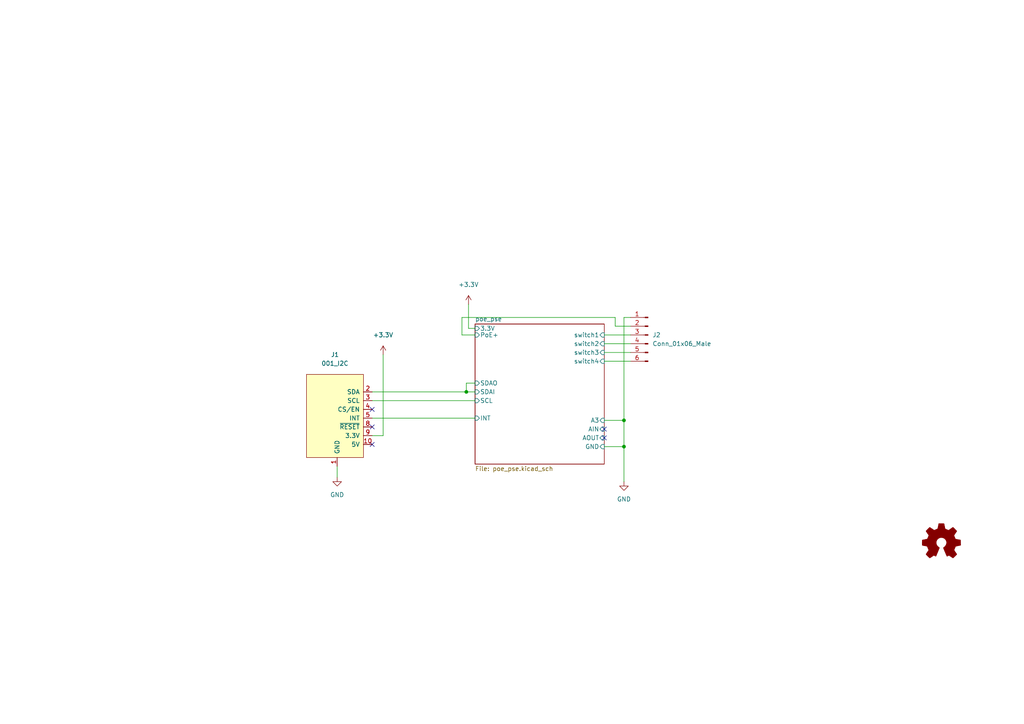
<source format=kicad_sch>
(kicad_sch (version 20211123) (generator eeschema)

  (uuid 57732dd3-1162-4c3f-88bd-31bf473d124d)

  (paper "A4")

  (lib_symbols
    (symbol "Connector:Conn_01x06_Male" (pin_names (offset 1.016) hide) (in_bom yes) (on_board yes)
      (property "Reference" "J" (id 0) (at 0 7.62 0)
        (effects (font (size 1.27 1.27)))
      )
      (property "Value" "Conn_01x06_Male" (id 1) (at 0 -10.16 0)
        (effects (font (size 1.27 1.27)))
      )
      (property "Footprint" "" (id 2) (at 0 0 0)
        (effects (font (size 1.27 1.27)) hide)
      )
      (property "Datasheet" "~" (id 3) (at 0 0 0)
        (effects (font (size 1.27 1.27)) hide)
      )
      (property "ki_keywords" "connector" (id 4) (at 0 0 0)
        (effects (font (size 1.27 1.27)) hide)
      )
      (property "ki_description" "Generic connector, single row, 01x06, script generated (kicad-library-utils/schlib/autogen/connector/)" (id 5) (at 0 0 0)
        (effects (font (size 1.27 1.27)) hide)
      )
      (property "ki_fp_filters" "Connector*:*_1x??_*" (id 6) (at 0 0 0)
        (effects (font (size 1.27 1.27)) hide)
      )
      (symbol "Conn_01x06_Male_1_1"
        (polyline
          (pts
            (xy 1.27 -7.62)
            (xy 0.8636 -7.62)
          )
          (stroke (width 0.1524) (type default) (color 0 0 0 0))
          (fill (type none))
        )
        (polyline
          (pts
            (xy 1.27 -5.08)
            (xy 0.8636 -5.08)
          )
          (stroke (width 0.1524) (type default) (color 0 0 0 0))
          (fill (type none))
        )
        (polyline
          (pts
            (xy 1.27 -2.54)
            (xy 0.8636 -2.54)
          )
          (stroke (width 0.1524) (type default) (color 0 0 0 0))
          (fill (type none))
        )
        (polyline
          (pts
            (xy 1.27 0)
            (xy 0.8636 0)
          )
          (stroke (width 0.1524) (type default) (color 0 0 0 0))
          (fill (type none))
        )
        (polyline
          (pts
            (xy 1.27 2.54)
            (xy 0.8636 2.54)
          )
          (stroke (width 0.1524) (type default) (color 0 0 0 0))
          (fill (type none))
        )
        (polyline
          (pts
            (xy 1.27 5.08)
            (xy 0.8636 5.08)
          )
          (stroke (width 0.1524) (type default) (color 0 0 0 0))
          (fill (type none))
        )
        (rectangle (start 0.8636 -7.493) (end 0 -7.747)
          (stroke (width 0.1524) (type default) (color 0 0 0 0))
          (fill (type outline))
        )
        (rectangle (start 0.8636 -4.953) (end 0 -5.207)
          (stroke (width 0.1524) (type default) (color 0 0 0 0))
          (fill (type outline))
        )
        (rectangle (start 0.8636 -2.413) (end 0 -2.667)
          (stroke (width 0.1524) (type default) (color 0 0 0 0))
          (fill (type outline))
        )
        (rectangle (start 0.8636 0.127) (end 0 -0.127)
          (stroke (width 0.1524) (type default) (color 0 0 0 0))
          (fill (type outline))
        )
        (rectangle (start 0.8636 2.667) (end 0 2.413)
          (stroke (width 0.1524) (type default) (color 0 0 0 0))
          (fill (type outline))
        )
        (rectangle (start 0.8636 5.207) (end 0 4.953)
          (stroke (width 0.1524) (type default) (color 0 0 0 0))
          (fill (type outline))
        )
        (pin passive line (at 5.08 5.08 180) (length 3.81)
          (name "Pin_1" (effects (font (size 1.27 1.27))))
          (number "1" (effects (font (size 1.27 1.27))))
        )
        (pin passive line (at 5.08 2.54 180) (length 3.81)
          (name "Pin_2" (effects (font (size 1.27 1.27))))
          (number "2" (effects (font (size 1.27 1.27))))
        )
        (pin passive line (at 5.08 0 180) (length 3.81)
          (name "Pin_3" (effects (font (size 1.27 1.27))))
          (number "3" (effects (font (size 1.27 1.27))))
        )
        (pin passive line (at 5.08 -2.54 180) (length 3.81)
          (name "Pin_4" (effects (font (size 1.27 1.27))))
          (number "4" (effects (font (size 1.27 1.27))))
        )
        (pin passive line (at 5.08 -5.08 180) (length 3.81)
          (name "Pin_5" (effects (font (size 1.27 1.27))))
          (number "5" (effects (font (size 1.27 1.27))))
        )
        (pin passive line (at 5.08 -7.62 180) (length 3.81)
          (name "Pin_6" (effects (font (size 1.27 1.27))))
          (number "6" (effects (font (size 1.27 1.27))))
        )
      )
    )
    (symbol "Graphic:Logo_Open_Hardware_Small" (pin_names (offset 1.016)) (in_bom yes) (on_board yes)
      (property "Reference" "#LOGO" (id 0) (at 0 6.985 0)
        (effects (font (size 1.27 1.27)) hide)
      )
      (property "Value" "Logo_Open_Hardware_Small" (id 1) (at 0 -5.715 0)
        (effects (font (size 1.27 1.27)) hide)
      )
      (property "Footprint" "" (id 2) (at 0 0 0)
        (effects (font (size 1.27 1.27)) hide)
      )
      (property "Datasheet" "~" (id 3) (at 0 0 0)
        (effects (font (size 1.27 1.27)) hide)
      )
      (property "ki_keywords" "Logo" (id 4) (at 0 0 0)
        (effects (font (size 1.27 1.27)) hide)
      )
      (property "ki_description" "Open Hardware logo, small" (id 5) (at 0 0 0)
        (effects (font (size 1.27 1.27)) hide)
      )
      (symbol "Logo_Open_Hardware_Small_0_1"
        (polyline
          (pts
            (xy 3.3528 -4.3434)
            (xy 3.302 -4.318)
            (xy 3.175 -4.2418)
            (xy 2.9972 -4.1148)
            (xy 2.7686 -3.9624)
            (xy 2.54 -3.81)
            (xy 2.3622 -3.7084)
            (xy 2.2352 -3.6068)
            (xy 2.1844 -3.5814)
            (xy 2.159 -3.6068)
            (xy 2.0574 -3.6576)
            (xy 1.905 -3.7338)
            (xy 1.8034 -3.7846)
            (xy 1.6764 -3.8354)
            (xy 1.6002 -3.8354)
            (xy 1.6002 -3.8354)
            (xy 1.5494 -3.7338)
            (xy 1.4732 -3.5306)
            (xy 1.3462 -3.302)
            (xy 1.2446 -3.0226)
            (xy 1.1176 -2.7178)
            (xy 0.9652 -2.413)
            (xy 0.8636 -2.1082)
            (xy 0.7366 -1.8288)
            (xy 0.6604 -1.6256)
            (xy 0.6096 -1.4732)
            (xy 0.5842 -1.397)
            (xy 0.5842 -1.397)
            (xy 0.6604 -1.3208)
            (xy 0.7874 -1.2446)
            (xy 1.0414 -1.016)
            (xy 1.2954 -0.6858)
            (xy 1.4478 -0.3302)
            (xy 1.524 0.0762)
            (xy 1.4732 0.4572)
            (xy 1.3208 0.8128)
            (xy 1.0668 1.143)
            (xy 0.762 1.3716)
            (xy 0.4064 1.524)
            (xy 0 1.5748)
            (xy -0.381 1.5494)
            (xy -0.7366 1.397)
            (xy -1.0668 1.143)
            (xy -1.2192 0.9906)
            (xy -1.397 0.6604)
            (xy -1.524 0.3048)
            (xy -1.524 0.2286)
            (xy -1.4986 -0.1778)
            (xy -1.397 -0.5334)
            (xy -1.1938 -0.8636)
            (xy -0.9144 -1.143)
            (xy -0.8636 -1.1684)
            (xy -0.7366 -1.27)
            (xy -0.635 -1.3462)
            (xy -0.5842 -1.397)
            (xy -1.0668 -2.5908)
            (xy -1.143 -2.794)
            (xy -1.2954 -3.1242)
            (xy -1.397 -3.4036)
            (xy -1.4986 -3.6322)
            (xy -1.5748 -3.7846)
            (xy -1.6002 -3.8354)
            (xy -1.6002 -3.8354)
            (xy -1.651 -3.8354)
            (xy -1.7272 -3.81)
            (xy -1.905 -3.7338)
            (xy -2.0066 -3.683)
            (xy -2.1336 -3.6068)
            (xy -2.2098 -3.5814)
            (xy -2.2606 -3.6068)
            (xy -2.3622 -3.683)
            (xy -2.54 -3.81)
            (xy -2.7686 -3.9624)
            (xy -2.9718 -4.0894)
            (xy -3.1496 -4.2164)
            (xy -3.302 -4.318)
            (xy -3.3528 -4.3434)
            (xy -3.3782 -4.3434)
            (xy -3.429 -4.318)
            (xy -3.5306 -4.2164)
            (xy -3.7084 -4.064)
            (xy -3.937 -3.8354)
            (xy -3.9624 -3.81)
            (xy -4.1656 -3.6068)
            (xy -4.318 -3.4544)
            (xy -4.4196 -3.3274)
            (xy -4.445 -3.2766)
            (xy -4.445 -3.2766)
            (xy -4.4196 -3.2258)
            (xy -4.318 -3.0734)
            (xy -4.2164 -2.8956)
            (xy -4.064 -2.667)
            (xy -3.6576 -2.0828)
            (xy -3.8862 -1.5494)
            (xy -3.937 -1.3716)
            (xy -4.0386 -1.1684)
            (xy -4.0894 -1.0414)
            (xy -4.1148 -0.9652)
            (xy -4.191 -0.9398)
            (xy -4.318 -0.9144)
            (xy -4.5466 -0.8636)
            (xy -4.8006 -0.8128)
            (xy -5.0546 -0.7874)
            (xy -5.2578 -0.7366)
            (xy -5.4356 -0.7112)
            (xy -5.5118 -0.6858)
            (xy -5.5118 -0.6858)
            (xy -5.5372 -0.635)
            (xy -5.5372 -0.5588)
            (xy -5.5372 -0.4318)
            (xy -5.5626 -0.2286)
            (xy -5.5626 0.0762)
            (xy -5.5626 0.127)
            (xy -5.5372 0.4064)
            (xy -5.5372 0.635)
            (xy -5.5372 0.762)
            (xy -5.5372 0.8382)
            (xy -5.5372 0.8382)
            (xy -5.461 0.8382)
            (xy -5.3086 0.889)
            (xy -5.08 0.9144)
            (xy -4.826 0.9652)
            (xy -4.8006 0.9906)
            (xy -4.5466 1.0414)
            (xy -4.318 1.0668)
            (xy -4.1656 1.1176)
            (xy -4.0894 1.143)
            (xy -4.0894 1.143)
            (xy -4.0386 1.2446)
            (xy -3.9624 1.4224)
            (xy -3.8608 1.6256)
            (xy -3.7846 1.8288)
            (xy -3.7084 2.0066)
            (xy -3.6576 2.159)
            (xy -3.6322 2.2098)
            (xy -3.6322 2.2098)
            (xy -3.683 2.286)
            (xy -3.7592 2.413)
            (xy -3.8862 2.5908)
            (xy -4.064 2.8194)
            (xy -4.064 2.8448)
            (xy -4.2164 3.0734)
            (xy -4.3434 3.2512)
            (xy -4.4196 3.3782)
            (xy -4.445 3.4544)
            (xy -4.445 3.4544)
            (xy -4.3942 3.5052)
            (xy -4.2926 3.6322)
            (xy -4.1148 3.81)
            (xy -3.937 4.0132)
            (xy -3.8608 4.064)
            (xy -3.6576 4.2926)
            (xy -3.5052 4.4196)
            (xy -3.4036 4.4958)
            (xy -3.3528 4.5212)
            (xy -3.3528 4.5212)
            (xy -3.302 4.4704)
            (xy -3.1496 4.3688)
            (xy -2.9718 4.2418)
            (xy -2.7432 4.0894)
            (xy -2.7178 4.0894)
            (xy -2.4892 3.937)
            (xy -2.3114 3.81)
            (xy -2.1844 3.7084)
            (xy -2.1336 3.683)
            (xy -2.1082 3.683)
            (xy -2.032 3.7084)
            (xy -1.8542 3.7592)
            (xy -1.6764 3.8354)
            (xy -1.4732 3.937)
            (xy -1.27 4.0132)
            (xy -1.143 4.064)
            (xy -1.0668 4.1148)
            (xy -1.0668 4.1148)
            (xy -1.0414 4.191)
            (xy -1.016 4.3434)
            (xy -0.9652 4.572)
            (xy -0.9144 4.8514)
            (xy -0.889 4.9022)
            (xy -0.8382 5.1562)
            (xy -0.8128 5.3848)
            (xy -0.7874 5.5372)
            (xy -0.762 5.588)
            (xy -0.7112 5.6134)
            (xy -0.5842 5.6134)
            (xy -0.4064 5.6134)
            (xy -0.1524 5.6134)
            (xy 0.0762 5.6134)
            (xy 0.3302 5.6134)
            (xy 0.5334 5.6134)
            (xy 0.6858 5.588)
            (xy 0.7366 5.588)
            (xy 0.7366 5.588)
            (xy 0.762 5.5118)
            (xy 0.8128 5.334)
            (xy 0.8382 5.1054)
            (xy 0.9144 4.826)
            (xy 0.9144 4.7752)
            (xy 0.9652 4.5212)
            (xy 1.016 4.2926)
            (xy 1.0414 4.1402)
            (xy 1.0668 4.0894)
            (xy 1.0668 4.0894)
            (xy 1.1938 4.0386)
            (xy 1.3716 3.9624)
            (xy 1.5748 3.8608)
            (xy 2.0828 3.6576)
            (xy 2.7178 4.0894)
            (xy 2.7686 4.1402)
            (xy 2.9972 4.2926)
            (xy 3.175 4.4196)
            (xy 3.302 4.4958)
            (xy 3.3782 4.5212)
            (xy 3.3782 4.5212)
            (xy 3.429 4.4704)
            (xy 3.556 4.3434)
            (xy 3.7338 4.191)
            (xy 3.9116 3.9878)
            (xy 4.064 3.8354)
            (xy 4.2418 3.6576)
            (xy 4.3434 3.556)
            (xy 4.4196 3.4798)
            (xy 4.4196 3.429)
            (xy 4.4196 3.4036)
            (xy 4.3942 3.3274)
            (xy 4.2926 3.2004)
            (xy 4.1656 2.9972)
            (xy 4.0132 2.794)
            (xy 3.8862 2.5908)
            (xy 3.7592 2.3876)
            (xy 3.6576 2.2352)
            (xy 3.6322 2.159)
            (xy 3.6322 2.1336)
            (xy 3.683 2.0066)
            (xy 3.7592 1.8288)
            (xy 3.8608 1.6002)
            (xy 4.064 1.1176)
            (xy 4.3942 1.0414)
            (xy 4.5974 1.016)
            (xy 4.8768 0.9652)
            (xy 5.1308 0.9144)
            (xy 5.5372 0.8382)
            (xy 5.5626 -0.6604)
            (xy 5.4864 -0.6858)
            (xy 5.4356 -0.6858)
            (xy 5.2832 -0.7366)
            (xy 5.0546 -0.762)
            (xy 4.8006 -0.8128)
            (xy 4.5974 -0.8636)
            (xy 4.3688 -0.9144)
            (xy 4.2164 -0.9398)
            (xy 4.1402 -0.9398)
            (xy 4.1148 -0.9652)
            (xy 4.064 -1.0668)
            (xy 3.9878 -1.2446)
            (xy 3.9116 -1.4478)
            (xy 3.81 -1.651)
            (xy 3.7338 -1.8542)
            (xy 3.683 -2.0066)
            (xy 3.6576 -2.0828)
            (xy 3.683 -2.1336)
            (xy 3.7846 -2.2606)
            (xy 3.8862 -2.4638)
            (xy 4.0386 -2.667)
            (xy 4.191 -2.8956)
            (xy 4.318 -3.0734)
            (xy 4.3942 -3.2004)
            (xy 4.445 -3.2766)
            (xy 4.4196 -3.3274)
            (xy 4.3434 -3.429)
            (xy 4.1656 -3.5814)
            (xy 3.937 -3.8354)
            (xy 3.8862 -3.8608)
            (xy 3.683 -4.064)
            (xy 3.5306 -4.2164)
            (xy 3.4036 -4.318)
            (xy 3.3528 -4.3434)
          )
          (stroke (width 0) (type default) (color 0 0 0 0))
          (fill (type outline))
        )
      )
    )
    (symbol "power:+3.3V" (power) (pin_names (offset 0)) (in_bom yes) (on_board yes)
      (property "Reference" "#PWR" (id 0) (at 0 -3.81 0)
        (effects (font (size 1.27 1.27)) hide)
      )
      (property "Value" "+3.3V" (id 1) (at 0 3.556 0)
        (effects (font (size 1.27 1.27)))
      )
      (property "Footprint" "" (id 2) (at 0 0 0)
        (effects (font (size 1.27 1.27)) hide)
      )
      (property "Datasheet" "" (id 3) (at 0 0 0)
        (effects (font (size 1.27 1.27)) hide)
      )
      (property "ki_keywords" "power-flag" (id 4) (at 0 0 0)
        (effects (font (size 1.27 1.27)) hide)
      )
      (property "ki_description" "Power symbol creates a global label with name \"+3.3V\"" (id 5) (at 0 0 0)
        (effects (font (size 1.27 1.27)) hide)
      )
      (symbol "+3.3V_0_1"
        (polyline
          (pts
            (xy -0.762 1.27)
            (xy 0 2.54)
          )
          (stroke (width 0) (type default) (color 0 0 0 0))
          (fill (type none))
        )
        (polyline
          (pts
            (xy 0 0)
            (xy 0 2.54)
          )
          (stroke (width 0) (type default) (color 0 0 0 0))
          (fill (type none))
        )
        (polyline
          (pts
            (xy 0 2.54)
            (xy 0.762 1.27)
          )
          (stroke (width 0) (type default) (color 0 0 0 0))
          (fill (type none))
        )
      )
      (symbol "+3.3V_1_1"
        (pin power_in line (at 0 0 90) (length 0) hide
          (name "+3.3V" (effects (font (size 1.27 1.27))))
          (number "1" (effects (font (size 1.27 1.27))))
        )
      )
    )
    (symbol "power:GND" (power) (pin_names (offset 0)) (in_bom yes) (on_board yes)
      (property "Reference" "#PWR" (id 0) (at 0 -6.35 0)
        (effects (font (size 1.27 1.27)) hide)
      )
      (property "Value" "GND" (id 1) (at 0 -3.81 0)
        (effects (font (size 1.27 1.27)))
      )
      (property "Footprint" "" (id 2) (at 0 0 0)
        (effects (font (size 1.27 1.27)) hide)
      )
      (property "Datasheet" "" (id 3) (at 0 0 0)
        (effects (font (size 1.27 1.27)) hide)
      )
      (property "ki_keywords" "power-flag" (id 4) (at 0 0 0)
        (effects (font (size 1.27 1.27)) hide)
      )
      (property "ki_description" "Power symbol creates a global label with name \"GND\" , ground" (id 5) (at 0 0 0)
        (effects (font (size 1.27 1.27)) hide)
      )
      (symbol "GND_0_1"
        (polyline
          (pts
            (xy 0 0)
            (xy 0 -1.27)
            (xy 1.27 -1.27)
            (xy 0 -2.54)
            (xy -1.27 -1.27)
            (xy 0 -1.27)
          )
          (stroke (width 0) (type default) (color 0 0 0 0))
          (fill (type none))
        )
      )
      (symbol "GND_1_1"
        (pin power_in line (at 0 0 270) (length 0) hide
          (name "GND" (effects (font (size 1.27 1.27))))
          (number "1" (effects (font (size 1.27 1.27))))
        )
      )
    )
    (symbol "put_on_edge:001_I2C" (pin_names (offset 1.016)) (in_bom yes) (on_board yes)
      (property "Reference" "J" (id 0) (at -2.54 13.97 0)
        (effects (font (size 1.27 1.27)))
      )
      (property "Value" "001_I2C" (id 1) (at 8.89 13.97 0)
        (effects (font (size 1.27 1.27)))
      )
      (property "Footprint" "" (id 2) (at 7.62 16.51 0)
        (effects (font (size 1.27 1.27)) hide)
      )
      (property "Datasheet" "" (id 3) (at 7.62 16.51 0)
        (effects (font (size 1.27 1.27)) hide)
      )
      (symbol "001_I2C_0_1"
        (rectangle (start -8.89 12.7) (end 7.62 -11.43)
          (stroke (width 0) (type default) (color 0 0 0 0))
          (fill (type background))
        )
      )
      (symbol "001_I2C_1_1"
        (pin power_in line (at -1.27 -13.97 90) (length 2.54)
          (name "GND" (effects (font (size 1.27 1.27))))
          (number "1" (effects (font (size 1.27 1.27))))
        )
        (pin power_in line (at -11.43 -7.62 0) (length 2.54)
          (name "5V" (effects (font (size 1.27 1.27))))
          (number "10" (effects (font (size 1.27 1.27))))
        )
        (pin bidirectional line (at -11.43 7.62 0) (length 2.54)
          (name "SDA" (effects (font (size 1.27 1.27))))
          (number "2" (effects (font (size 1.27 1.27))))
        )
        (pin bidirectional line (at -11.43 5.08 0) (length 2.54)
          (name "SCL" (effects (font (size 1.27 1.27))))
          (number "3" (effects (font (size 1.27 1.27))))
        )
        (pin bidirectional line (at -11.43 2.54 0) (length 2.54)
          (name "CS/EN" (effects (font (size 1.27 1.27))))
          (number "4" (effects (font (size 1.27 1.27))))
        )
        (pin bidirectional line (at -11.43 0 0) (length 2.54)
          (name "INT" (effects (font (size 1.27 1.27))))
          (number "5" (effects (font (size 1.27 1.27))))
        )
        (pin bidirectional line (at -11.43 -2.54 0) (length 2.54)
          (name "~{RESET}" (effects (font (size 1.27 1.27))))
          (number "8" (effects (font (size 1.27 1.27))))
        )
        (pin power_in line (at -11.43 -5.08 0) (length 2.54)
          (name "3.3V" (effects (font (size 1.27 1.27))))
          (number "9" (effects (font (size 1.27 1.27))))
        )
      )
    )
  )

  (junction (at 180.975 129.54) (diameter 0) (color 0 0 0 0)
    (uuid 0e80d309-f6cd-4081-93e1-b96cf4da9bae)
  )
  (junction (at 180.975 121.92) (diameter 0) (color 0 0 0 0)
    (uuid ae27fd59-4bb6-4001-9aac-7ae2e69fea9b)
  )
  (junction (at 135.255 113.665) (diameter 0) (color 0 0 0 0)
    (uuid f918e679-76ab-41d9-bd08-2321bfd2d281)
  )

  (no_connect (at 175.26 127) (uuid 2526fc36-c202-46ad-b0e6-898a19e7e943))
  (no_connect (at 175.26 124.46) (uuid 2526fc36-c202-46ad-b0e6-898a19e7e943))
  (no_connect (at 107.95 118.745) (uuid 6babf7e0-d4d3-4349-9033-7d60262969c5))
  (no_connect (at 107.95 123.825) (uuid 6babf7e0-d4d3-4349-9033-7d60262969c6))
  (no_connect (at 107.95 128.905) (uuid c74e8322-833c-4311-8726-7ae1e2e57c55))

  (wire (pts (xy 182.88 94.615) (xy 178.435 94.615))
    (stroke (width 0) (type default) (color 0 0 0 0))
    (uuid 05f24912-a404-4d18-90d8-0c90e2eedf18)
  )
  (wire (pts (xy 133.985 97.155) (xy 137.795 97.155))
    (stroke (width 0) (type default) (color 0 0 0 0))
    (uuid 1542ec23-cfcc-49fe-8a48-b7e658a4822d)
  )
  (wire (pts (xy 133.985 92.075) (xy 133.985 97.155))
    (stroke (width 0) (type default) (color 0 0 0 0))
    (uuid 1ddce791-36ae-4ae4-ba61-6e91a4f20e85)
  )
  (wire (pts (xy 135.89 95.25) (xy 137.795 95.25))
    (stroke (width 0) (type default) (color 0 0 0 0))
    (uuid 2ccbbec6-b819-4a38-9da1-83df2b46a085)
  )
  (wire (pts (xy 178.435 92.075) (xy 133.985 92.075))
    (stroke (width 0) (type default) (color 0 0 0 0))
    (uuid 374dc101-485f-435d-a8db-4bd50834402c)
  )
  (wire (pts (xy 111.125 126.365) (xy 111.125 102.87))
    (stroke (width 0) (type default) (color 0 0 0 0))
    (uuid 3decb4da-a442-4578-b64a-86f4c84ffd80)
  )
  (wire (pts (xy 180.975 92.075) (xy 180.975 121.92))
    (stroke (width 0) (type default) (color 0 0 0 0))
    (uuid 41bb708a-cfe7-42af-b033-bea62de81e14)
  )
  (wire (pts (xy 175.26 121.92) (xy 180.975 121.92))
    (stroke (width 0) (type default) (color 0 0 0 0))
    (uuid 474dcdb1-30fd-466e-bf37-d2ac03d0bab6)
  )
  (wire (pts (xy 107.95 121.285) (xy 137.795 121.285))
    (stroke (width 0) (type default) (color 0 0 0 0))
    (uuid 4c12c707-1f39-46c6-bbb8-50a417b55eb0)
  )
  (wire (pts (xy 180.975 129.54) (xy 180.975 139.7))
    (stroke (width 0) (type default) (color 0 0 0 0))
    (uuid 5a1fc14d-1d6f-444c-82b2-77ce3f0eeb3f)
  )
  (wire (pts (xy 107.95 113.665) (xy 135.255 113.665))
    (stroke (width 0) (type default) (color 0 0 0 0))
    (uuid 5ae820f2-1ef1-47f3-8311-87f3e5404114)
  )
  (wire (pts (xy 97.79 135.255) (xy 97.79 138.43))
    (stroke (width 0) (type default) (color 0 0 0 0))
    (uuid 6428dc76-15a6-4304-9bbe-e084cef6652d)
  )
  (wire (pts (xy 175.26 102.235) (xy 182.88 102.235))
    (stroke (width 0) (type default) (color 0 0 0 0))
    (uuid 80a6ff28-e9b7-44fc-9ab8-8ca05f0a5e83)
  )
  (wire (pts (xy 107.95 126.365) (xy 111.125 126.365))
    (stroke (width 0) (type default) (color 0 0 0 0))
    (uuid 8699410a-ba86-4acc-b345-df77d7e70d2a)
  )
  (wire (pts (xy 180.975 121.92) (xy 180.975 129.54))
    (stroke (width 0) (type default) (color 0 0 0 0))
    (uuid 977cf065-d33a-4ceb-9598-6aa268fb9ac7)
  )
  (wire (pts (xy 137.795 111.125) (xy 135.255 111.125))
    (stroke (width 0) (type default) (color 0 0 0 0))
    (uuid a5b72422-1367-471a-b910-040ab62238bc)
  )
  (wire (pts (xy 135.89 88.265) (xy 135.89 95.25))
    (stroke (width 0) (type default) (color 0 0 0 0))
    (uuid b5029f20-cb7f-4fea-acc8-4977fb972001)
  )
  (wire (pts (xy 178.435 94.615) (xy 178.435 92.075))
    (stroke (width 0) (type default) (color 0 0 0 0))
    (uuid b555dfaa-f5fd-4ec8-9664-aaafa5eec57a)
  )
  (wire (pts (xy 175.26 129.54) (xy 180.975 129.54))
    (stroke (width 0) (type default) (color 0 0 0 0))
    (uuid b5f50e6e-6728-4454-96f5-44e0bc388ce5)
  )
  (wire (pts (xy 135.255 113.665) (xy 137.795 113.665))
    (stroke (width 0) (type default) (color 0 0 0 0))
    (uuid c402e89b-0d81-44f0-b737-67235658a196)
  )
  (wire (pts (xy 182.88 92.075) (xy 180.975 92.075))
    (stroke (width 0) (type default) (color 0 0 0 0))
    (uuid c4705181-f421-4d9e-983a-54c1a1a726b0)
  )
  (wire (pts (xy 107.95 116.205) (xy 137.795 116.205))
    (stroke (width 0) (type default) (color 0 0 0 0))
    (uuid c9a3a7d0-1867-4691-a1fc-7ca4124b5a51)
  )
  (wire (pts (xy 175.26 97.155) (xy 182.88 97.155))
    (stroke (width 0) (type default) (color 0 0 0 0))
    (uuid dac27875-7dd5-412a-af7d-bd65e42e620b)
  )
  (wire (pts (xy 175.26 99.695) (xy 182.88 99.695))
    (stroke (width 0) (type default) (color 0 0 0 0))
    (uuid e3883b3e-1a26-4686-af7e-62ac03cdd293)
  )
  (wire (pts (xy 175.26 104.775) (xy 182.88 104.775))
    (stroke (width 0) (type default) (color 0 0 0 0))
    (uuid e7fb932f-abe6-457a-a3aa-55e3622c0369)
  )
  (wire (pts (xy 135.255 111.125) (xy 135.255 113.665))
    (stroke (width 0) (type default) (color 0 0 0 0))
    (uuid fb93bbc6-5e47-45ab-9ad8-d39bd09550f4)
  )

  (symbol (lib_id "power:GND") (at 97.79 138.43 0) (unit 1)
    (in_bom yes) (on_board yes) (fields_autoplaced)
    (uuid 74d7d332-03e4-474d-9d89-cfbaa0fba632)
    (property "Reference" "#PWR0104" (id 0) (at 97.79 144.78 0)
      (effects (font (size 1.27 1.27)) hide)
    )
    (property "Value" "GND" (id 1) (at 97.79 143.51 0))
    (property "Footprint" "" (id 2) (at 97.79 138.43 0)
      (effects (font (size 1.27 1.27)) hide)
    )
    (property "Datasheet" "" (id 3) (at 97.79 138.43 0)
      (effects (font (size 1.27 1.27)) hide)
    )
    (pin "1" (uuid 33643329-f393-4127-91c3-e29cd30b9c9c))
  )

  (symbol (lib_id "power:+3.3V") (at 111.125 102.87 0) (unit 1)
    (in_bom yes) (on_board yes) (fields_autoplaced)
    (uuid 92a50a7c-5a6c-49a4-a92c-101d3c82c2e3)
    (property "Reference" "#PWR0102" (id 0) (at 111.125 106.68 0)
      (effects (font (size 1.27 1.27)) hide)
    )
    (property "Value" "+3.3V" (id 1) (at 111.125 97.155 0))
    (property "Footprint" "" (id 2) (at 111.125 102.87 0)
      (effects (font (size 1.27 1.27)) hide)
    )
    (property "Datasheet" "" (id 3) (at 111.125 102.87 0)
      (effects (font (size 1.27 1.27)) hide)
    )
    (pin "1" (uuid 6bfa606f-359c-415f-9258-7088bedb55d2))
  )

  (symbol (lib_id "power:GND") (at 180.975 139.7 0) (unit 1)
    (in_bom yes) (on_board yes) (fields_autoplaced)
    (uuid 971afa99-5d33-4a72-a8e1-edd3c45138ed)
    (property "Reference" "#PWR0101" (id 0) (at 180.975 146.05 0)
      (effects (font (size 1.27 1.27)) hide)
    )
    (property "Value" "GND" (id 1) (at 180.975 144.78 0))
    (property "Footprint" "" (id 2) (at 180.975 139.7 0)
      (effects (font (size 1.27 1.27)) hide)
    )
    (property "Datasheet" "" (id 3) (at 180.975 139.7 0)
      (effects (font (size 1.27 1.27)) hide)
    )
    (pin "1" (uuid 0e12e353-ffd6-4e27-8957-653e209f57b0))
  )

  (symbol (lib_id "Connector:Conn_01x06_Male") (at 187.96 97.155 0) (mirror y) (unit 1)
    (in_bom yes) (on_board yes) (fields_autoplaced)
    (uuid 9817156b-0c65-4d83-b13a-0e475ded654c)
    (property "Reference" "J2" (id 0) (at 189.23 97.1549 0)
      (effects (font (size 1.27 1.27)) (justify right))
    )
    (property "Value" "Conn_01x06_Male" (id 1) (at 189.23 99.6949 0)
      (effects (font (size 1.27 1.27)) (justify right))
    )
    (property "Footprint" "Connector_PinHeader_2.54mm:PinHeader_1x06_P2.54mm_Vertical" (id 2) (at 187.96 97.155 0)
      (effects (font (size 1.27 1.27)) hide)
    )
    (property "Datasheet" "~" (id 3) (at 187.96 97.155 0)
      (effects (font (size 1.27 1.27)) hide)
    )
    (pin "1" (uuid 5890683d-8951-49a5-90d9-9c64a5eee0b8))
    (pin "2" (uuid 3c1978cb-50f6-4259-95ab-088606dcc942))
    (pin "3" (uuid 67aa65dc-2f5c-4626-aa7c-7e0accde584c))
    (pin "4" (uuid c5b62b55-c5fd-4f48-a073-5935a08fc30b))
    (pin "5" (uuid 42a421c8-fcbd-4878-9d06-f07f424d00d5))
    (pin "6" (uuid 349ac64c-c714-4b96-8891-ca87c6d03874))
  )

  (symbol (lib_id "power:+3.3V") (at 135.89 88.265 0) (unit 1)
    (in_bom yes) (on_board yes) (fields_autoplaced)
    (uuid aca02a3d-fea9-41e6-b3bb-1ad01dec6386)
    (property "Reference" "#PWR0103" (id 0) (at 135.89 92.075 0)
      (effects (font (size 1.27 1.27)) hide)
    )
    (property "Value" "+3.3V" (id 1) (at 135.89 82.55 0))
    (property "Footprint" "" (id 2) (at 135.89 88.265 0)
      (effects (font (size 1.27 1.27)) hide)
    )
    (property "Datasheet" "" (id 3) (at 135.89 88.265 0)
      (effects (font (size 1.27 1.27)) hide)
    )
    (pin "1" (uuid 57f41251-ca63-4a4e-ab70-8aceb4129c11))
  )

  (symbol (lib_id "put_on_edge:001_I2C") (at 96.52 121.285 0) (mirror y) (unit 1)
    (in_bom yes) (on_board yes) (fields_autoplaced)
    (uuid b5bf744d-bfb0-4c23-a364-98c761fa3239)
    (property "Reference" "J1" (id 0) (at 97.155 102.87 0))
    (property "Value" "001_I2C" (id 1) (at 97.155 105.41 0))
    (property "Footprint" "on_edge:on_edge_2x05_device" (id 2) (at 88.9 104.775 0)
      (effects (font (size 1.27 1.27)) hide)
    )
    (property "Datasheet" "" (id 3) (at 88.9 104.775 0)
      (effects (font (size 1.27 1.27)) hide)
    )
    (pin "1" (uuid cba23f38-31c4-4c7c-b034-1f5fb7623965))
    (pin "10" (uuid 1c2507ab-001a-41ad-bdfc-d8ba72fbe093))
    (pin "2" (uuid cceb2bde-97aa-42e7-9e36-b3b5995357e5))
    (pin "3" (uuid 39e39e77-3154-45d2-ae03-40699aefb888))
    (pin "4" (uuid d958e016-0df6-4065-92a4-c538278d6d60))
    (pin "5" (uuid d932c078-2d88-4872-987c-c7f814a6e939))
    (pin "8" (uuid 74c26414-c0af-4fca-8296-673c86d9b0d4))
    (pin "9" (uuid 6641271e-1916-4f4a-be12-a03b4b799fe5))
  )

  (symbol (lib_id "Graphic:Logo_Open_Hardware_Small") (at 273.05 157.48 0) (unit 1)
    (in_bom yes) (on_board yes) (fields_autoplaced)
    (uuid b72b6f4a-7489-40f2-bb90-d75ae01aa368)
    (property "Reference" "LOGO1" (id 0) (at 273.05 150.495 0)
      (effects (font (size 1.27 1.27)) hide)
    )
    (property "Value" "Logo_Open_Hardware_Small" (id 1) (at 273.05 163.195 0)
      (effects (font (size 1.27 1.27)) hide)
    )
    (property "Footprint" "Symbol:OSHW-Symbol_6.7x6mm_SilkScreen" (id 2) (at 273.05 157.48 0)
      (effects (font (size 1.27 1.27)) hide)
    )
    (property "Datasheet" "~" (id 3) (at 273.05 157.48 0)
      (effects (font (size 1.27 1.27)) hide)
    )
  )

  (sheet (at 137.795 93.98) (size 37.465 40.64) (fields_autoplaced)
    (stroke (width 0.1524) (type solid) (color 0 0 0 0))
    (fill (color 0 0 0 0.0000))
    (uuid 767ce4c6-0e55-4543-92f0-34cb8237a544)
    (property "Sheet name" "poe_pse" (id 0) (at 137.795 93.2684 0)
      (effects (font (size 1.27 1.27)) (justify left bottom))
    )
    (property "Sheet file" "poe_pse.kicad_sch" (id 1) (at 137.795 135.2046 0)
      (effects (font (size 1.27 1.27)) (justify left top))
    )
    (pin "GND" input (at 175.26 129.54 0)
      (effects (font (size 1.27 1.27)) (justify right))
      (uuid 466cf29f-04d2-4303-aa26-8ec28548d2f2)
    )
    (pin "AOUT" input (at 175.26 127 0)
      (effects (font (size 1.27 1.27)) (justify right))
      (uuid f536fe1e-3d7e-4571-b557-224601843cea)
    )
    (pin "switch1" input (at 175.26 97.155 0)
      (effects (font (size 1.27 1.27)) (justify right))
      (uuid c3a06cfc-ac7a-47ae-b8f7-9afaeed2d3e5)
    )
    (pin "PoE+" input (at 137.795 97.155 180)
      (effects (font (size 1.27 1.27)) (justify left))
      (uuid 7f8c0374-fd24-40e6-bc5c-ac7bcae00e5f)
    )
    (pin "INT" input (at 137.795 121.285 180)
      (effects (font (size 1.27 1.27)) (justify left))
      (uuid fd85ef8e-4004-4fc6-951a-1a38e06463e8)
    )
    (pin "SDAO" input (at 137.795 111.125 180)
      (effects (font (size 1.27 1.27)) (justify left))
      (uuid 7baaa23c-c247-41be-8326-5b5eedcac6a8)
    )
    (pin "3.3V" input (at 137.795 95.25 180)
      (effects (font (size 1.27 1.27)) (justify left))
      (uuid 64abb1a2-0f34-4c0b-98f1-2487771a1b4e)
    )
    (pin "switch2" input (at 175.26 99.695 0)
      (effects (font (size 1.27 1.27)) (justify right))
      (uuid 9d21243d-d919-43bc-9e3c-692811a7af1c)
    )
    (pin "switch3" input (at 175.26 102.235 0)
      (effects (font (size 1.27 1.27)) (justify right))
      (uuid fd41cc00-ab50-48d0-adec-ae1706a572ab)
    )
    (pin "switch4" input (at 175.26 104.775 0)
      (effects (font (size 1.27 1.27)) (justify right))
      (uuid aadb438c-50b1-4d15-a5e2-a8df3ce4550e)
    )
    (pin "SDAI" input (at 137.795 113.665 180)
      (effects (font (size 1.27 1.27)) (justify left))
      (uuid f7a4dab3-29b2-4858-9c87-030ea6b676f1)
    )
    (pin "SCL" input (at 137.795 116.205 180)
      (effects (font (size 1.27 1.27)) (justify left))
      (uuid d4aa4982-b20e-4bc4-8cdf-81db8bb0d589)
    )
    (pin "AIN" input (at 175.26 124.46 0)
      (effects (font (size 1.27 1.27)) (justify right))
      (uuid 4fe39a70-cfb3-45ba-93a2-80b277fbf710)
    )
    (pin "A3" input (at 175.26 121.92 0)
      (effects (font (size 1.27 1.27)) (justify right))
      (uuid 7a7c6d4a-1050-4002-803d-3dcd08eb4151)
    )
  )

  (sheet_instances
    (path "/" (page "1"))
    (path "/767ce4c6-0e55-4543-92f0-34cb8237a544" (page "2"))
  )

  (symbol_instances
    (path "/971afa99-5d33-4a72-a8e1-edd3c45138ed"
      (reference "#PWR0101") (unit 1) (value "GND") (footprint "")
    )
    (path "/92a50a7c-5a6c-49a4-a92c-101d3c82c2e3"
      (reference "#PWR0102") (unit 1) (value "+3.3V") (footprint "")
    )
    (path "/aca02a3d-fea9-41e6-b3bb-1ad01dec6386"
      (reference "#PWR0103") (unit 1) (value "+3.3V") (footprint "")
    )
    (path "/74d7d332-03e4-474d-9d89-cfbaa0fba632"
      (reference "#PWR0104") (unit 1) (value "GND") (footprint "")
    )
    (path "/767ce4c6-0e55-4543-92f0-34cb8237a544/5d4b49ad-5e1c-41e6-b37d-3f28e86ad366"
      (reference "C1") (unit 1) (value "100nF") (footprint "Capacitor_SMD:C_0603_1608Metric")
    )
    (path "/767ce4c6-0e55-4543-92f0-34cb8237a544/a3f5fa85-6f57-4b8f-ba67-39d39dca4328"
      (reference "C2") (unit 1) (value "100nF") (footprint "Capacitor_SMD:C_0603_1608Metric")
    )
    (path "/767ce4c6-0e55-4543-92f0-34cb8237a544/6d694a71-1dcb-47e8-aaee-b8604fa6fe7d"
      (reference "C3") (unit 1) (value "100nF") (footprint "Capacitor_SMD:C_0402_1005Metric")
    )
    (path "/767ce4c6-0e55-4543-92f0-34cb8237a544/bd086049-9812-4767-8a35-8117cc00a965"
      (reference "C4") (unit 1) (value "100nF") (footprint "Capacitor_SMD:C_0603_1608Metric")
    )
    (path "/767ce4c6-0e55-4543-92f0-34cb8237a544/43f42fdc-37e1-44cd-ad85-8be149e73b95"
      (reference "C5") (unit 1) (value "100nF") (footprint "Capacitor_SMD:C_0603_1608Metric")
    )
    (path "/767ce4c6-0e55-4543-92f0-34cb8237a544/c5aedb11-91dc-43c4-b971-df421de6bc9d"
      (reference "C6") (unit 1) (value "100nF") (footprint "Capacitor_SMD:C_0603_1608Metric")
    )
    (path "/767ce4c6-0e55-4543-92f0-34cb8237a544/653c01fe-dda1-4380-a20a-6c6f15059a2b"
      (reference "D1") (unit 1) (value "SMBJ58A-FDICT-ND") (footprint "Diode_SMD:D_SMB")
    )
    (path "/767ce4c6-0e55-4543-92f0-34cb8237a544/4713408d-5d14-4e7f-8d10-29448d5f7e32"
      (reference "D2") (unit 1) (value "SMBJ58A-FDICT-ND") (footprint "Diode_SMD:D_SMB")
    )
    (path "/767ce4c6-0e55-4543-92f0-34cb8237a544/f9846336-b1ef-40e4-b28c-842a0ae01d21"
      (reference "D3") (unit 1) (value "SMBJ58A-FDICT-ND") (footprint "Diode_SMD:D_SMB")
    )
    (path "/767ce4c6-0e55-4543-92f0-34cb8237a544/88906b8f-f88e-4d4d-b850-33fcb9166a09"
      (reference "D4") (unit 1) (value "SMBJ58A-FDICT-ND") (footprint "Diode_SMD:D_SMB")
    )
    (path "/767ce4c6-0e55-4543-92f0-34cb8237a544/7c9bce70-acb6-4516-a84d-960bedbec6f3"
      (reference "F1") (unit 1) (value "60VDC") (footprint "Fuse:Fuse_1206_3216Metric")
    )
    (path "/767ce4c6-0e55-4543-92f0-34cb8237a544/c27a7d82-5ef8-4f1c-8d06-6dc601edb496"
      (reference "F2") (unit 1) (value "60VDC") (footprint "Fuse:Fuse_1206_3216Metric")
    )
    (path "/767ce4c6-0e55-4543-92f0-34cb8237a544/640128d6-52c9-4051-9419-59351c684ed2"
      (reference "F3") (unit 1) (value "60VDC") (footprint "Fuse:Fuse_1206_3216Metric")
    )
    (path "/767ce4c6-0e55-4543-92f0-34cb8237a544/1f60205f-5fd9-4613-8967-13f2a72ca9fb"
      (reference "F4") (unit 1) (value "60VDC") (footprint "Fuse:Fuse_1206_3216Metric")
    )
    (path "/b5bf744d-bfb0-4c23-a364-98c761fa3239"
      (reference "J1") (unit 1) (value "001_I2C") (footprint "on_edge:on_edge_2x05_device")
    )
    (path "/9817156b-0c65-4d83-b13a-0e475ded654c"
      (reference "J2") (unit 1) (value "Conn_01x06_Male") (footprint "Connector_PinHeader_2.54mm:PinHeader_1x06_P2.54mm_Vertical")
    )
    (path "/b72b6f4a-7489-40f2-bb90-d75ae01aa368"
      (reference "LOGO1") (unit 1) (value "Logo_Open_Hardware_Small") (footprint "Symbol:OSHW-Symbol_6.7x6mm_SilkScreen")
    )
    (path "/767ce4c6-0e55-4543-92f0-34cb8237a544/bd10697d-fde1-4c2c-a4b0-f75195730c27"
      (reference "Q1") (unit 1) (value "SSM3K361R") (footprint "Package_TO_SOT_SMD:SOT-23")
    )
    (path "/767ce4c6-0e55-4543-92f0-34cb8237a544/ef19ef27-e072-4010-ae76-c0f57f2ef499"
      (reference "Q2") (unit 1) (value "SSM3K361R") (footprint "Package_TO_SOT_SMD:SOT-23")
    )
    (path "/767ce4c6-0e55-4543-92f0-34cb8237a544/aec46315-1fca-475f-b894-4875c18e0669"
      (reference "Q3") (unit 1) (value "SSM3K361R") (footprint "Package_TO_SOT_SMD:SOT-23")
    )
    (path "/767ce4c6-0e55-4543-92f0-34cb8237a544/1929e7b1-664e-4d2d-9860-04ea3faea926"
      (reference "Q4") (unit 1) (value "SSM3K361R") (footprint "Package_TO_SOT_SMD:SOT-23")
    )
    (path "/767ce4c6-0e55-4543-92f0-34cb8237a544/8f54210e-02dd-4317-ad46-ad3269ba1c84"
      (reference "R1") (unit 1) (value "0.51R") (footprint "Resistor_SMD:R_0603_1608Metric")
    )
    (path "/767ce4c6-0e55-4543-92f0-34cb8237a544/5f2e488e-a64a-42d9-8850-ab2ad3b04793"
      (reference "R2") (unit 1) (value "0.51R") (footprint "Resistor_SMD:R_0603_1608Metric")
    )
    (path "/767ce4c6-0e55-4543-92f0-34cb8237a544/f4274857-c5cd-40b2-bf42-32a2befce26b"
      (reference "R3") (unit 1) (value "47R") (footprint "Resistor_SMD:R_0603_1608Metric")
    )
    (path "/767ce4c6-0e55-4543-92f0-34cb8237a544/84437ca5-b20f-4cee-8bd1-1e328c448991"
      (reference "R4") (unit 1) (value "22.1R") (footprint "Resistor_SMD:R_0603_1608Metric")
    )
    (path "/767ce4c6-0e55-4543-92f0-34cb8237a544/3fd0f4ec-3208-472e-bc73-482bc24225eb"
      (reference "R5") (unit 1) (value "0.51R") (footprint "Resistor_SMD:R_0603_1608Metric")
    )
    (path "/767ce4c6-0e55-4543-92f0-34cb8237a544/db0d9e67-09e4-463d-bb49-3dc52b5c6199"
      (reference "R6") (unit 1) (value "0.51R") (footprint "Resistor_SMD:R_0603_1608Metric")
    )
    (path "/767ce4c6-0e55-4543-92f0-34cb8237a544/22f6839a-e911-41a7-a503-ac5282bba01b"
      (reference "R7") (unit 1) (value "47R") (footprint "Resistor_SMD:R_0603_1608Metric")
    )
    (path "/767ce4c6-0e55-4543-92f0-34cb8237a544/3675378d-6d10-4725-ae2c-8cac38210bfd"
      (reference "R8") (unit 1) (value "22.1R") (footprint "Resistor_SMD:R_0603_1608Metric")
    )
    (path "/767ce4c6-0e55-4543-92f0-34cb8237a544/28775263-e753-46b1-8005-bfd6167ee8c4"
      (reference "R9") (unit 1) (value "47R") (footprint "Resistor_SMD:R_0603_1608Metric")
    )
    (path "/767ce4c6-0e55-4543-92f0-34cb8237a544/6e5187a3-4271-4488-b1b3-bba494f2cd90"
      (reference "R10") (unit 1) (value "47R") (footprint "Resistor_SMD:R_0603_1608Metric")
    )
    (path "/767ce4c6-0e55-4543-92f0-34cb8237a544/155ab018-a682-473f-a7b3-b2d21902215d"
      (reference "R11") (unit 1) (value "22.1R") (footprint "Resistor_SMD:R_0603_1608Metric")
    )
    (path "/767ce4c6-0e55-4543-92f0-34cb8237a544/11fd8834-e350-4372-a0e7-ec4c696a8228"
      (reference "R12") (unit 1) (value "22.1R") (footprint "Resistor_SMD:R_0603_1608Metric")
    )
    (path "/767ce4c6-0e55-4543-92f0-34cb8237a544/751b80c6-5c9a-46b3-a50d-0c12f3bd1598"
      (reference "R13") (unit 1) (value "0.51R") (footprint "Resistor_SMD:R_0603_1608Metric")
    )
    (path "/767ce4c6-0e55-4543-92f0-34cb8237a544/5fbffc31-0da7-49c5-b6eb-07c8ad3ede89"
      (reference "R14") (unit 1) (value "0.51R") (footprint "Resistor_SMD:R_0603_1608Metric")
    )
    (path "/767ce4c6-0e55-4543-92f0-34cb8237a544/a9b59b35-5164-4500-b62f-8f611fe7a8dd"
      (reference "R15") (unit 1) (value "0.51R") (footprint "Resistor_SMD:R_0603_1608Metric")
    )
    (path "/767ce4c6-0e55-4543-92f0-34cb8237a544/5f90ccc5-ea5e-4599-b9a7-7cd1fad41cdb"
      (reference "R16") (unit 1) (value "0.51R") (footprint "Resistor_SMD:R_0603_1608Metric")
    )
    (path "/767ce4c6-0e55-4543-92f0-34cb8237a544/543755ba-7743-45a8-ab31-9bc55f90b475"
      (reference "U1") (unit 1) (value "TPS23861") (footprint "Package_SO:TSSOP-28_4.4x9.7mm_P0.65mm")
    )
  )
)

</source>
